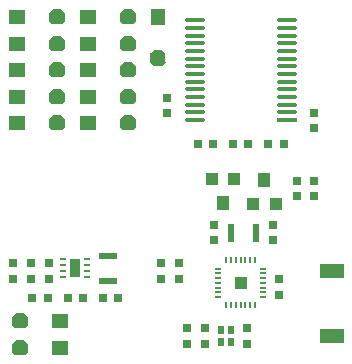
<source format=gtp>
G04*
G04 #@! TF.GenerationSoftware,Altium Limited,Altium Designer,21.7.1 (17)*
G04*
G04 Layer_Color=8421504*
%FSLAX25Y25*%
%MOIN*%
G70*
G04*
G04 #@! TF.SameCoordinates,7597F7ED-B0B0-46DE-8649-F5B0F68803AD*
G04*
G04*
G04 #@! TF.FilePolarity,Positive*
G04*
G01*
G75*
%ADD19R,0.03937X0.03937*%
%ADD20R,0.03000X0.03000*%
G04:AMPARAMS|DCode=21|XSize=55mil|YSize=50mil|CornerRadius=0mil|HoleSize=0mil|Usage=FLASHONLY|Rotation=270.000|XOffset=0mil|YOffset=0mil|HoleType=Round|Shape=Octagon|*
%AMOCTAGOND21*
4,1,8,-0.01250,-0.02750,0.01250,-0.02750,0.02500,-0.01500,0.02500,0.01500,0.01250,0.02750,-0.01250,0.02750,-0.02500,0.01500,-0.02500,-0.01500,-0.01250,-0.02750,0.0*
%
%ADD21OCTAGOND21*%

%ADD22R,0.05000X0.05500*%
G04:AMPARAMS|DCode=23|XSize=55mil|YSize=50mil|CornerRadius=0mil|HoleSize=0mil|Usage=FLASHONLY|Rotation=0.000|XOffset=0mil|YOffset=0mil|HoleType=Round|Shape=Octagon|*
%AMOCTAGOND23*
4,1,8,0.02750,-0.01250,0.02750,0.01250,0.01500,0.02500,-0.01500,0.02500,-0.02750,0.01250,-0.02750,-0.01250,-0.01500,-0.02500,0.01500,-0.02500,0.02750,-0.01250,0.0*
%
%ADD23OCTAGOND23*%

%ADD24O,0.06693X0.01378*%
%ADD25R,0.03543X0.06299*%
%ADD26R,0.01968X0.00984*%
%ADD27R,0.06693X0.01378*%
%ADD28O,0.00882X0.02618*%
%ADD29O,0.02618X0.00882*%
%ADD30R,0.02362X0.02953*%
%ADD31R,0.05906X0.02362*%
%ADD32R,0.02362X0.05906*%
%ADD33R,0.04000X0.05000*%
%ADD34R,0.04000X0.04000*%
%ADD35R,0.03000X0.03000*%
%ADD36R,0.05500X0.05000*%
%ADD37R,0.07874X0.04724*%
D19*
X130598Y27165D02*
D03*
D20*
X104023Y33662D02*
D03*
Y28544D02*
D03*
X155204Y78740D02*
D03*
Y83859D02*
D03*
X109929Y33662D02*
D03*
Y28544D02*
D03*
X155205Y56102D02*
D03*
Y61220D02*
D03*
X54811Y28543D02*
D03*
Y33661D02*
D03*
X149299Y61221D02*
D03*
Y56103D02*
D03*
X112882Y12008D02*
D03*
Y6890D02*
D03*
X105992Y83662D02*
D03*
Y88780D02*
D03*
X66622Y28543D02*
D03*
Y33661D02*
D03*
X60717Y28543D02*
D03*
Y33661D02*
D03*
X118787Y12008D02*
D03*
Y6890D02*
D03*
X132567Y12008D02*
D03*
Y6890D02*
D03*
X143394Y23228D02*
D03*
Y28346D02*
D03*
X141426Y41338D02*
D03*
Y46456D02*
D03*
X121740Y41338D02*
D03*
Y46456D02*
D03*
D21*
X103039Y102248D02*
D03*
D22*
Y115748D02*
D03*
D23*
X93057Y89173D02*
D03*
Y106890D02*
D03*
Y98032D02*
D03*
Y80315D02*
D03*
Y115748D02*
D03*
X69435Y89173D02*
D03*
Y98032D02*
D03*
X56919Y5512D02*
D03*
X69435Y106890D02*
D03*
Y80315D02*
D03*
Y115748D02*
D03*
X56919Y14370D02*
D03*
D24*
X145953Y104429D02*
D03*
Y106988D02*
D03*
Y109547D02*
D03*
Y114665D02*
D03*
Y83957D02*
D03*
Y86516D02*
D03*
Y89075D02*
D03*
Y91634D02*
D03*
Y94193D02*
D03*
Y96752D02*
D03*
Y99311D02*
D03*
Y101870D02*
D03*
Y112106D02*
D03*
X115244Y114665D02*
D03*
Y112106D02*
D03*
Y109547D02*
D03*
Y106988D02*
D03*
Y104429D02*
D03*
Y101870D02*
D03*
Y99311D02*
D03*
Y96752D02*
D03*
Y94193D02*
D03*
Y91634D02*
D03*
Y89075D02*
D03*
Y86516D02*
D03*
Y83957D02*
D03*
Y81398D02*
D03*
D25*
X75480Y32087D02*
D03*
D26*
X79417Y29134D02*
D03*
Y31102D02*
D03*
Y35039D02*
D03*
Y33071D02*
D03*
X71543Y35039D02*
D03*
Y33071D02*
D03*
Y31102D02*
D03*
Y29134D02*
D03*
D27*
X145953Y81398D02*
D03*
D28*
X135323Y34675D02*
D03*
X133748D02*
D03*
X132173D02*
D03*
X130598D02*
D03*
X129024D02*
D03*
X127449D02*
D03*
X125874D02*
D03*
Y19656D02*
D03*
X127449D02*
D03*
X129024D02*
D03*
X130598D02*
D03*
X132173D02*
D03*
X133748D02*
D03*
X135323D02*
D03*
D29*
X123089Y31890D02*
D03*
Y30315D02*
D03*
Y28740D02*
D03*
Y27165D02*
D03*
Y25591D02*
D03*
Y24016D02*
D03*
Y22441D02*
D03*
X138108D02*
D03*
Y24016D02*
D03*
Y25591D02*
D03*
Y27165D02*
D03*
Y28740D02*
D03*
Y30315D02*
D03*
Y31890D02*
D03*
D30*
X127252Y7382D02*
D03*
Y11516D02*
D03*
X124102D02*
D03*
Y7382D02*
D03*
D31*
X86307Y27953D02*
D03*
Y36220D02*
D03*
D32*
X127449Y43898D02*
D03*
X135716D02*
D03*
D33*
X124693Y53740D02*
D03*
X138472Y61614D02*
D03*
D34*
X128393Y61740D02*
D03*
X120893D02*
D03*
X134772Y53614D02*
D03*
X142272D02*
D03*
D35*
X72921Y22244D02*
D03*
X78039D02*
D03*
X61110D02*
D03*
X66228D02*
D03*
X116229Y73426D02*
D03*
X121347D02*
D03*
X89851Y22244D02*
D03*
X84733D02*
D03*
X133158Y73426D02*
D03*
X128040D02*
D03*
X144969D02*
D03*
X139851D02*
D03*
D36*
X79557Y89173D02*
D03*
X55935D02*
D03*
X79557Y106890D02*
D03*
X55935Y98032D02*
D03*
X79557D02*
D03*
X70419Y5512D02*
D03*
X55935Y106890D02*
D03*
Y80315D02*
D03*
Y115748D02*
D03*
X79557Y80315D02*
D03*
Y115748D02*
D03*
X70419Y14370D02*
D03*
D37*
X161110Y31102D02*
D03*
Y9449D02*
D03*
M02*

</source>
